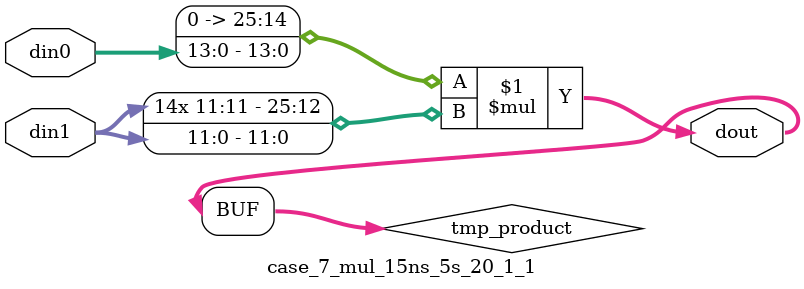
<source format=v>

`timescale 1 ns / 1 ps

 (* use_dsp = "no" *)  module case_7_mul_15ns_5s_20_1_1(din0, din1, dout);
parameter ID = 1;
parameter NUM_STAGE = 0;
parameter din0_WIDTH = 14;
parameter din1_WIDTH = 12;
parameter dout_WIDTH = 26;

input [din0_WIDTH - 1 : 0] din0; 
input [din1_WIDTH - 1 : 0] din1; 
output [dout_WIDTH - 1 : 0] dout;

wire signed [dout_WIDTH - 1 : 0] tmp_product;

























assign tmp_product = $signed({1'b0, din0}) * $signed(din1);










assign dout = tmp_product;





















endmodule

</source>
